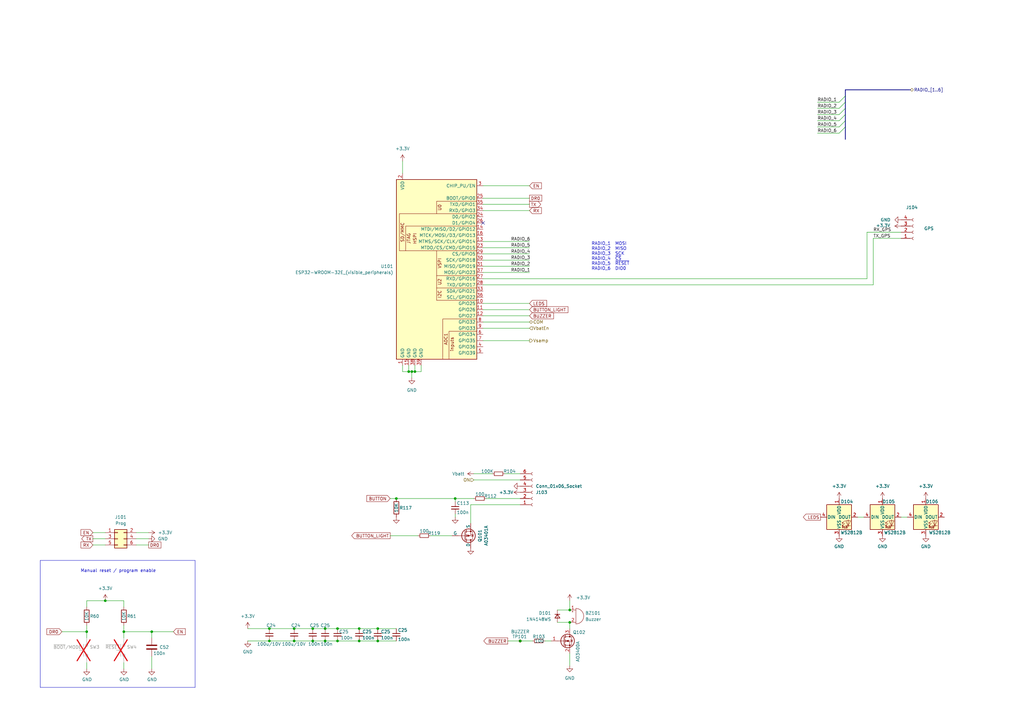
<source format=kicad_sch>
(kicad_sch (version 20241209) (generator "eeschema") (generator_version "9.0")
  (paper "A3")
  (lib_symbols
    (symbol "+28V_1" (power) (pin_numbers (hide yes)) (pin_names (offset 0) (hide yes))
      (property "Value" "+28V" (at 0 3.556 0))
      (symbol "+28V_1_0_1"
        (polyline (pts (xy -0.762 1.27) (xy 0 2.54)))
        (polyline (pts (xy 0 2.54) (xy 0.762 1.27)))
        (polyline (pts (xy 0 0) (xy 0 2.54)))
      )
      (symbol "+28V_1_1_1"
        (pin power_in line (at 0 0 90) (length 0) (name "~") (number "1"))
      )
    )
    (symbol "+3.3V_1" (power) (pin_numbers (hide yes)) (pin_names (offset 0) (hide yes))
      (property "Value" "+3.3V" (at 0 3.556 0))
      (symbol "+3.3V_1_0_1"
        (polyline (pts (xy -0.762 1.27) (xy 0 2.54)))
        (polyline (pts (xy 0 2.54) (xy 0.762 1.27)))
        (polyline (pts (xy 0 0) (xy 0 2.54)))
      )
      (symbol "+3.3V_1_1_1"
        (pin power_in line (at 0 0 90) (length 0) (name "~") (number "1"))
      )
    )
    (symbol "Airsupplies:ESP32-WROOM-32E_(visible_peripherals)"
      (property "Reference" "U" (at -12.7 40.64 0))
      (property "Value" "ESP32-WROOM-32E_(visible_peripherals)" (at -12.7 38.1 0))
      (symbol "ESP32-WROOM-32E_(visible_peripherals)_0_0"
        (text "SD/MMC" (at -13.97 15.24 900) (effects (font (size 1.27 1.27))))
        (text "inputs" (at 6.35 -33.655 900) (effects (font (size 1.27 1.27)) (justify left)))
        (pin no_connect line (at -19.05 3.81 0) (length 2.54) (hide yes) (name "NC") (number "17"))
        (pin no_connect line (at -19.05 1.27 0) (length 2.54) (hide yes) (name "NC") (number "18"))
        (pin no_connect line (at -19.05 -1.27 0) (length 2.54) (hide yes) (name "NC") (number "19"))
        (pin no_connect line (at -19.05 -3.81 0) (length 2.54) (hide yes) (name "NC") (number "20"))
        (pin no_connect line (at -19.05 -6.35 0) (length 2.54) (hide yes) (name "NC") (number "21"))
        (pin no_connect line (at -19.05 -8.89 0) (length 2.54) (hide yes) (name "NC") (number "22"))
        (pin power_in line (at -13.97 39.37 270) (length 2.54) (name "VDD") (number "2"))
        (pin power_in line (at -13.97 -39.37 90) (length 2.54) (name "GND") (number "1"))
        (pin input line (at 19.05 34.29 180) (length 2.54) (name "CHIP_PU/EN") (number "3"))
        (pin bidirectional line (at 19.05 29.21 180) (length 2.54) (name "BOOT/GPIO0") (number "25"))
        (pin bidirectional line (at 19.05 26.67 180) (length 2.54) (name "TXD/GPIO1") (number "35"))
        (pin bidirectional line (at 19.05 24.13 180) (length 2.54) (name "RXD/GPIO3") (number "34"))
        (pin bidirectional line (at 19.05 21.59 180) (length 2.54) (name "D0/GPIO2") (number "24"))
        (pin bidirectional line (at 19.05 19.05 180) (length 2.54) (name "D1/GPIO4") (number "26"))
        (pin bidirectional line (at 19.05 16.51 180) (length 2.54) (name "MTDI/MISO/D2/GPIO12") (number "14"))
        (pin bidirectional line (at 19.05 13.97 180) (length 2.54) (name "MTCK/MOSI/D3/GPIO13") (number "16"))
        (pin bidirectional line (at 19.05 11.43 180) (length 2.54) (name "MTMS/SCK/CLK/GPIO14") (number "13"))
        (pin bidirectional line (at 19.05 8.89 180) (length 2.54) (name "MTDO/CS/CMD/GPIO15") (number "23"))
        (pin bidirectional line (at 19.05 6.35 180) (length 2.54) (name "CS/GPIO5") (number "29"))
        (pin bidirectional line (at 19.05 3.81 180) (length 2.54) (name "SCK/GPIO18") (number "30"))
        (pin bidirectional line (at 19.05 1.27 180) (length 2.54) (name "MISO/GPIO19") (number "31"))
        (pin bidirectional line (at 19.05 -1.27 180) (length 2.54) (name "MOSI/GPIO23") (number "37"))
        (pin bidirectional line (at 19.05 -3.81 180) (length 2.54) (name "RXD/GPIO16") (number "27"))
        (pin bidirectional line (at 19.05 -6.35 180) (length 2.54) (name "TXD/GPIO17") (number "28"))
        (pin bidirectional line (at 19.05 -8.89 180) (length 2.54) (name "SDA/GPIO21") (number "33"))
        (pin bidirectional line (at 19.05 -11.43 180) (length 2.54) (name "SCL/GPIO22") (number "36"))
        (pin bidirectional line (at 19.05 -13.97 180) (length 2.54) (name "GPIO25") (number "10"))
        (pin bidirectional line (at 19.05 -16.51 180) (length 2.54) (name "GPIO26") (number "11"))
        (pin bidirectional line (at 19.05 -19.05 180) (length 2.54) (name "GPIO27") (number "12"))
        (pin bidirectional line (at 19.05 -21.59 180) (length 2.54) (name "GPIO32") (number "8"))
        (pin bidirectional line (at 19.05 -24.13 180) (length 2.54) (name "GPIO33") (number "9"))
        (pin input line (at 19.05 -26.67 180) (length 2.54) (name "GPIO34") (number "6"))
        (pin input line (at 19.05 -29.21 180) (length 2.54) (name "GPIO35") (number "7"))
        (pin input line (at 19.05 -31.75 180) (length 2.54) (name "GPIO36") (number "4"))
        (pin input line (at 19.05 -34.29 180) (length 2.54) (name "GPIO39") (number "5"))
      )
      (symbol "ESP32-WROOM-32E_(visible_peripherals)_0_1"
        (rectangle (start -16.51 36.83) (end 16.51 -36.83) (stroke (width 0.254)) (fill (type background)))
        (polyline (pts (xy 16.51 27.94) (xy 0 27.94) (xy 0 22.86)))
        (polyline (pts (xy 16.51 22.86) (xy -15.24 22.86) (xy -15.24 7.62) (xy 16.51 7.62)))
        (polyline (pts (xy 16.51 17.78) (xy -12.7 17.78) (xy -12.7 7.62)))
        (polyline (pts (xy 16.51 -2.54) (xy 0 -2.54)))
        (polyline (pts (xy 16.51 -7.62) (xy 0 -7.62)))
        (polyline (pts (xy 16.51 -12.7) (xy 0 -12.7) (xy 0 7.62)))
        (polyline (pts (xy 16.51 -20.32) (xy 2.54 -20.32) (xy 2.54 -36.83)))
        (polyline (pts (xy 16.51 -25.4) (xy 5.08 -25.4) (xy 5.08 -36.83)))
      )
      (symbol "ESP32-WROOM-32E_(visible_peripherals)_1_1"
        (text "JTAG" (at -11.43 12.7 900) (effects (font (size 1.27 1.27))))
        (text "HSPI" (at -8.89 12.7 900) (effects (font (size 1.27 1.27))))
        (text "U0" (at 1.27 25.4 900) (effects (font (size 1.27 1.27))))
        (text "VSPI" (at 1.27 2.54 900) (effects (font (size 1.27 1.27))))
        (text "U2" (at 1.27 -5.08 900) (effects (font (size 1.27 1.27))))
        (text "I2C" (at 1.27 -10.16 900) (effects (font (size 1.27 1.27))))
        (text "ADC1" (at 3.81 -28.575 900) (effects (font (size 1.27 1.27))))
        (pin no_connect line (at -19.05 -11.43 0) (length 2.54) (hide yes) (name "NC") (number "32"))
        (pin power_in line (at -11.43 -39.37 90) (length 2.54) (name "GND") (number "15"))
        (pin power_in line (at -8.89 -39.37 90) (length 2.54) (name "GND") (number "38"))
        (pin power_in line (at -6.35 -39.37 90) (length 2.54) (name "GND") (number "39"))
      )
    )
    (symbol "Connector:Conn_01x04_Socket" (pin_names (offset 1.016) (hide yes))
      (property "Reference" "J" (at 0 5.08 0))
      (property "Value" "Conn_01x04_Socket" (at 0 -7.62 0))
      (symbol "Conn_01x04_Socket_1_1"
        (polyline (pts (xy -1.27 2.54) (xy -0.508 2.54)) (stroke (width 0.1524)))
        (polyline (pts (xy -1.27 0) (xy -0.508 0)) (stroke (width 0.1524)))
        (polyline (pts (xy -1.27 -2.54) (xy -0.508 -2.54)) (stroke (width 0.1524)))
        (polyline (pts (xy -1.27 -5.08) (xy -0.508 -5.08)) (stroke (width 0.1524)))
        (arc (start 0 2.032) (mid -0.5058 2.54) (end 0 3.048) (stroke (width 0.1524)))
        (arc (start 0 -0.508) (mid -0.5058 0) (end 0 0.508) (stroke (width 0.1524)))
        (arc (start 0 -3.048) (mid -0.5058 -2.54) (end 0 -2.032) (stroke (width 0.1524)))
        (arc (start 0 -5.588) (mid -0.5058 -5.08) (end 0 -4.572) (stroke (width 0.1524)))
        (pin passive line (at -5.08 2.54 0) (length 3.81) (name "Pin_1") (number "1"))
        (pin passive line (at -5.08 0 0) (length 3.81) (name "Pin_2") (number "2"))
        (pin passive line (at -5.08 -2.54 0) (length 3.81) (name "Pin_3") (number "3"))
        (pin passive line (at -5.08 -5.08 0) (length 3.81) (name "Pin_4") (number "4"))
      )
    )
    (symbol "Connector:Conn_01x06_Socket" (pin_names (offset 1.016) (hide yes))
      (property "Reference" "J" (at 0 7.62 0))
      (property "Value" "Conn_01x06_Socket" (at 0 -10.16 0))
      (symbol "Conn_01x06_Socket_1_1"
        (polyline (pts (xy -1.27 5.08) (xy -0.508 5.08)) (stroke (width 0.1524)))
        (polyline (pts (xy -1.27 2.54) (xy -0.508 2.54)) (stroke (width 0.1524)))
        (polyline (pts (xy -1.27 0) (xy -0.508 0)) (stroke (width 0.1524)))
        (polyline (pts (xy -1.27 -2.54) (xy -0.508 -2.54)) (stroke (width 0.1524)))
        (polyline (pts (xy -1.27 -5.08) (xy -0.508 -5.08)) (stroke (width 0.1524)))
        (polyline (pts (xy -1.27 -7.62) (xy -0.508 -7.62)) (stroke (width 0.1524)))
        (arc (start 0 4.572) (mid -0.5058 5.08) (end 0 5.588) (stroke (width 0.1524)))
        (arc (start 0 2.032) (mid -0.5058 2.54) (end 0 3.048) (stroke (width 0.1524)))
        (arc (start 0 -0.508) (mid -0.5058 0) (end 0 0.508) (stroke (width 0.1524)))
        (arc (start 0 -3.048) (mid -0.5058 -2.54) (end 0 -2.032) (stroke (width 0.1524)))
        (arc (start 0 -5.588) (mid -0.5058 -5.08) (end 0 -4.572) (stroke (width 0.1524)))
        (arc (start 0 -8.128) (mid -0.5058 -7.62) (end 0 -7.112) (stroke (width 0.1524)))
        (pin passive line (at -5.08 5.08 0) (length 3.81) (name "Pin_1") (number "1"))
        (pin passive line (at -5.08 2.54 0) (length 3.81) (name "Pin_2") (number "2"))
        (pin passive line (at -5.08 0 0) (length 3.81) (name "Pin_3") (number "3"))
        (pin passive line (at -5.08 -2.54 0) (length 3.81) (name "Pin_4") (number "4"))
        (pin passive line (at -5.08 -5.08 0) (length 3.81) (name "Pin_5") (number "5"))
        (pin passive line (at -5.08 -7.62 0) (length 3.81) (name "Pin_6") (number "6"))
      )
    )
    (symbol "Connector:TestPoint_Small" (pin_numbers (hide yes)) (pin_names (offset 0.762) (hide yes))
      (property "Reference" "TP" (at 0 3.81 0))
      (property "Value" "TestPoint_Small" (at 0 2.032 0))
      (symbol "TestPoint_Small_0_1"
        (circle (center 0 0) (radius 0.508))
      )
      (symbol "TestPoint_Small_1_1"
        (pin passive line (at 0 0 90) (length 0) (name "1") (number "1"))
      )
    )
    (symbol "Connector_Generic:Conn_02x03_Odd_Even" (pin_names (offset 1.016) (hide yes))
      (property "Reference" "J" (at 1.27 5.08 0))
      (property "Value" "Conn_02x03_Odd_Even" (at 1.27 -5.08 0))
      (symbol "Conn_02x03_Odd_Even_1_1"
        (rectangle (start -1.27 3.81) (end 3.81 -3.81) (stroke (width 0.254)) (fill (type background)))
        (rectangle (start -1.27 2.667) (end 0 2.413) (stroke (width 0.1524)))
        (rectangle (start -1.27 0.127) (end 0 -0.127) (stroke (width 0.1524)))
        (rectangle (start -1.27 -2.413) (end 0 -2.667) (stroke (width 0.1524)))
        (rectangle (start 3.81 2.667) (end 2.54 2.413) (stroke (width 0.1524)))
        (rectangle (start 3.81 0.127) (end 2.54 -0.127) (stroke (width 0.1524)))
        (rectangle (start 3.81 -2.413) (end 2.54 -2.667) (stroke (width 0.1524)))
        (pin passive line (at -5.08 2.54 0) (length 3.81) (name "Pin_1") (number "1"))
        (pin passive line (at -5.08 0 0) (length 3.81) (name "Pin_3") (number "3"))
        (pin passive line (at -5.08 -2.54 0) (length 3.81) (name "Pin_5") (number "5"))
        (pin passive line (at 7.62 2.54 180) (length 3.81) (name "Pin_2") (number "2"))
        (pin passive line (at 7.62 0 180) (length 3.81) (name "Pin_4") (number "4"))
        (pin passive line (at 7.62 -2.54 180) (length 3.81) (name "Pin_6") (number "6"))
      )
    )
    (symbol "Device:Buzzer" (pin_names (offset 0.0254) (hide yes))
      (property "Reference" "BZ" (at 3.81 1.27 0))
      (property "Value" "Buzzer" (at 3.81 -1.27 0))
      (symbol "Buzzer_0_1"
        (polyline (pts (xy -1.651 1.905) (xy -1.143 1.905)))
        (polyline (pts (xy -1.397 2.159) (xy -1.397 1.651)))
        (arc (start 0 3.175) (mid 3.1612 0) (end 0 -3.175))
        (polyline (pts (xy 0 3.175) (xy 0 -3.175)))
      )
      (symbol "Buzzer_1_1"
        (pin passive line (at -2.54 2.54 0) (length 2.54) (name "+") (number "1"))
        (pin passive line (at -2.54 -2.54 0) (length 2.54) (name "-") (number "2"))
      )
    )
    (symbol "Device:C" (pin_numbers (hide yes)) (pin_names (offset 0.254))
      (property "Reference" "C" (at 0.635 2.54 0))
      (property "Value" "C" (at 0.635 -2.54 0))
      (symbol "C_0_1"
        (polyline (pts (xy -2.032 0.762) (xy 2.032 0.762)) (stroke (width 0.508)))
        (polyline (pts (xy -2.032 -0.762) (xy 2.032 -0.762)) (stroke (width 0.508)))
      )
      (symbol "C_1_1"
        (pin passive line (at 0 3.81 270) (length 2.794) (name "~") (number "1"))
        (pin passive line (at 0 -3.81 90) (length 2.794) (name "~") (number "2"))
      )
    )
    (symbol "Device:C_Small" (pin_numbers (hide yes)) (pin_names (offset 0.254) (hide yes))
      (property "Reference" "C" (at 0.254 1.778 0))
      (property "Value" "C_Small" (at 0.254 -2.032 0))
      (symbol "C_Small_0_1"
        (polyline (pts (xy -1.524 0.508) (xy 1.524 0.508)) (stroke (width 0.3048)))
        (polyline (pts (xy -1.524 -0.508) (xy 1.524 -0.508)) (stroke (width 0.3302)))
      )
      (symbol "C_Small_1_1"
        (pin passive line (at 0 2.54 270) (length 2.032) (name "~") (number "1"))
        (pin passive line (at 0 -2.54 90) (length 2.032) (name "~") (number "2"))
      )
    )
    (symbol "Device:D_Small" (pin_numbers (hide yes)) (pin_names (offset 0.254) (hide yes))
      (property "Reference" "D" (at -1.27 2.032 0))
      (property "Value" "D_Small" (at -3.81 -2.032 0))
      (symbol "D_Small_0_1"
        (polyline (pts (xy -0.762 0) (xy 0.762 0)))
        (polyline (pts (xy -0.762 -1.016) (xy -0.762 1.016)) (stroke (width 0.254)))
        (polyline (pts (xy 0.762 -1.016) (xy -0.762 0) (xy 0.762 1.016) (xy 0.762 -1.016)) (stroke (width 0.254)))
      )
      (symbol "D_Small_1_1"
        (pin passive line (at -2.54 0 0) (length 1.778) (name "K") (number "1"))
        (pin passive line (at 2.54 0 180) (length 1.778) (name "A") (number "2"))
      )
    )
    (symbol "Device:R" (pin_numbers (hide yes)) (pin_names (offset 0))
      (property "Reference" "R" (at 2.032 0 90))
      (property "Value" "R" (at 0 0 90))
      (symbol "R_0_1"
        (rectangle (start -1.016 -2.54) (end 1.016 2.54) (stroke (width 0.254)))
      )
      (symbol "R_1_1"
        (pin passive line (at 0 3.81 270) (length 1.27) (name "~") (number "1"))
        (pin passive line (at 0 -3.81 90) (length 1.27) (name "~") (number "2"))
      )
    )
    (symbol "Device:R_Small" (pin_numbers (hide yes)) (pin_names (offset 0.254) (hide yes))
      (property "Reference" "R" (at 0.762 0.508 0))
      (property "Value" "R_Small" (at 0.762 -1.016 0))
      (symbol "R_Small_0_1"
        (rectangle (start -0.762 1.778) (end 0.762 -1.778) (stroke (width 0.2032)))
      )
      (symbol "R_Small_1_1"
        (pin passive line (at 0 2.54 270) (length 0.762) (name "~") (number "1"))
        (pin passive line (at 0 -2.54 90) (length 0.762) (name "~") (number "2"))
      )
    )
    (symbol "LED:WS2812B" (pin_names (offset 0.254))
      (property "Reference" "D" (at 5.08 5.715 0))
      (property "Value" "WS2812B" (at 1.27 -5.715 0))
      (symbol "WS2812B_0_0"
        (text "RGB" (at 2.286 -4.191 0) (effects (font (size 0.762 0.762))))
      )
      (symbol "WS2812B_0_1"
        (polyline (pts (xy 1.27 -2.54) (xy 1.778 -2.54)))
        (polyline (pts (xy 1.27 -3.556) (xy 1.778 -3.556)))
        (polyline (pts (xy 2.286 -1.524) (xy 1.27 -2.54) (xy 1.27 -2.032)))
        (polyline (pts (xy 2.286 -2.54) (xy 1.27 -3.556) (xy 1.27 -3.048)))
        (polyline (pts (xy 3.683 -1.016) (xy 3.683 -3.556) (xy 3.683 -4.064)))
        (polyline (pts (xy 4.699 -1.524) (xy 2.667 -1.524) (xy 3.683 -3.556) (xy 4.699 -1.524)))
        (polyline (pts (xy 4.699 -3.556) (xy 2.667 -3.556)))
        (rectangle (start 5.08 5.08) (end -5.08 -5.08) (stroke (width 0.254)) (fill (type background)))
      )
      (symbol "WS2812B_1_1"
        (pin input line (at -7.62 0 0) (length 2.54) (name "DIN") (number "4"))
        (pin power_in line (at 0 7.62 270) (length 2.54) (name "VDD") (number "1"))
        (pin power_in line (at 0 -7.62 90) (length 2.54) (name "VSS") (number "3"))
        (pin output line (at 7.62 0 180) (length 2.54) (name "DOUT") (number "2"))
      )
    )
    (symbol "Simulation_SPICE:PMOS" (pin_numbers (hide yes)) (pin_names (offset 0))
      (property "Reference" "Q" (at 5.08 1.27 0))
      (property "Value" "PMOS" (at 5.08 -1.27 0))
      (symbol "PMOS_0_1"
        (polyline (pts (xy 0.254 1.905) (xy 0.254 -1.905)) (stroke (width 0.254)))
        (polyline (pts (xy 0.254 0) (xy -2.54 0)))
        (polyline (pts (xy 0.762 2.286) (xy 0.762 1.27)) (stroke (width 0.254)))
        (polyline (pts (xy 0.762 1.778) (xy 3.302 1.778) (xy 3.302 -1.778) (xy 0.762 -1.778)))
        (polyline (pts (xy 0.762 0.508) (xy 0.762 -0.508)) (stroke (width 0.254)))
        (polyline (pts (xy 0.762 -1.27) (xy 0.762 -2.286)) (stroke (width 0.254)))
        (circle (center 1.651 0) (radius 2.794) (stroke (width 0.254)))
        (polyline (pts (xy 2.286 0) (xy 1.27 0.381) (xy 1.27 -0.381) (xy 2.286 0)) (fill (type outline)))
        (polyline (pts (xy 2.54 2.54) (xy 2.54 1.778)))
        (circle (center 2.54 1.778) (radius 0.254) (fill (type outline)))
        (circle (center 2.54 -1.778) (radius 0.254) (fill (type outline)))
        (polyline (pts (xy 2.54 -2.54) (xy 2.54 0) (xy 0.762 0)))
        (polyline (pts (xy 2.794 -0.508) (xy 2.921 -0.381) (xy 3.683 -0.381) (xy 3.81 -0.254)))
        (polyline (pts (xy 3.302 -0.381) (xy 2.921 0.254) (xy 3.683 0.254) (xy 3.302 -0.381)))
      )
      (symbol "PMOS_1_1"
        (pin input line (at -5.08 0 0) (length 2.54) (name "G") (number "2"))
        (pin passive line (at 2.54 5.08 270) (length 2.54) (name "D") (number "1"))
        (pin passive line (at 2.54 -5.08 90) (length 2.54) (name "S") (number "3"))
      )
    )
    (symbol "Switch:SW_Push" (pin_numbers (hide yes)) (pin_names (offset 1.016) (hide yes))
      (property "Reference" "SW" (at 1.27 2.54 0))
      (property "Value" "SW_Push" (at 0 -1.524 0))
      (symbol "SW_Push_0_1"
        (circle (center -2.032 0) (radius 0.508))
        (polyline (pts (xy 0 1.27) (xy 0 3.048)))
        (circle (center 2.032 0) (radius 0.508))
        (polyline (pts (xy 2.54 1.27) (xy -2.54 1.27)))
        (pin passive line (at -5.08 0 0) (length 2.54) (name "1") (number "1"))
        (pin passive line (at 5.08 0 180) (length 2.54) (name "2") (number "2"))
      )
    )
    (symbol "Transistor_FET:2N7002" (pin_names (hide yes))
      (property "Reference" "Q" (at 5.08 1.905 0))
      (property "Value" "2N7002" (at 5.08 0 0))
      (symbol "2N7002_0_1"
        (polyline (pts (xy 0.254 1.905) (xy 0.254 -1.905)) (stroke (width 0.254)))
        (polyline (pts (xy 0.254 0) (xy -2.54 0)))
        (polyline (pts (xy 0.762 2.286) (xy 0.762 1.27)) (stroke (width 0.254)))
        (polyline (pts (xy 0.762 0.508) (xy 0.762 -0.508)) (stroke (width 0.254)))
        (polyline (pts (xy 0.762 -1.27) (xy 0.762 -2.286)) (stroke (width 0.254)))
        (polyline (pts (xy 0.762 -1.778) (xy 3.302 -1.778) (xy 3.302 1.778) (xy 0.762 1.778)))
        (polyline (pts (xy 1.016 0) (xy 2.032 0.381) (xy 2.032 -0.381) (xy 1.016 0)) (fill (type outline)))
        (circle (center 1.651 0) (radius 2.794) (stroke (width 0.254)))
        (polyline (pts (xy 2.54 2.54) (xy 2.54 1.778)))
        (circle (center 2.54 1.778) (radius 0.254) (fill (type outline)))
        (circle (center 2.54 -1.778) (radius 0.254) (fill (type outline)))
        (polyline (pts (xy 2.54 -2.54) (xy 2.54 0) (xy 0.762 0)))
        (polyline (pts (xy 2.794 0.508) (xy 2.921 0.381) (xy 3.683 0.381) (xy 3.81 0.254)))
        (polyline (pts (xy 3.302 0.381) (xy 2.921 -0.254) (xy 3.683 -0.254) (xy 3.302 0.381)))
      )
      (symbol "2N7002_1_1"
        (pin input line (at -5.08 0 0) (length 2.54) (name "G") (number "1"))
        (pin passive line (at 2.54 5.08 270) (length 2.54) (name "D") (number "3"))
        (pin passive line (at 2.54 -5.08 90) (length 2.54) (name "S") (number "2"))
      )
    )
    (symbol "power:+3.3V" (power) (pin_names (offset 0))
      (property "Value" "+3.3V" (at 0 3.556 0))
      (symbol "+3.3V_0_1"
        (polyline (pts (xy -0.762 1.27) (xy 0 2.54)))
        (polyline (pts (xy 0 2.54) (xy 0.762 1.27)))
        (polyline (pts (xy 0 0) (xy 0 2.54)))
      )
      (symbol "+3.3V_1_1"
        (pin power_in line (at 0 0 90) (length 0) (hide yes) (name "+3.3V") (number "1"))
      )
    )
    (symbol "power:+5V" (power) (pin_names (offset 0))
      (property "Value" "+5V" (at 0 3.556 0))
      (symbol "+5V_0_1"
        (polyline (pts (xy -0.762 1.27) (xy 0 2.54)))
        (polyline (pts (xy 0 2.54) (xy 0.762 1.27)))
        (polyline (pts (xy 0 0) (xy 0 2.54)))
      )
      (symbol "+5V_1_1"
        (pin power_in line (at 0 0 90) (length 0) (hide yes) (name "+5V") (number "1"))
      )
    )
    (symbol "power:GND" (power) (pin_names (offset 0))
      (property "Value" "GND" (at 0 -3.81 0))
      (symbol "GND_0_1"
        (polyline (pts (xy 0 0) (xy 0 -1.27) (xy 1.27 -1.27) (xy 0 -2.54) (xy -1.27 -1.27) (xy 0 -1.27)))
      )
      (symbol "GND_1_1"
        (pin power_in line (at 0 0 270) (length 0) (hide yes) (name "GND") (number "1"))
      )
    )
  )
  (text "RADIO_1  MOSI\nRADIO_2  MISO\nRADIO_3  SCK\nRADIO_4  ~{CS}\nRADIO_5  ~{RESET}\nRADIO_6  DIO0" (at 242.57 110.998 0) (effects (font (size 1.27 1.27)) (justify left bottom)))
  (text "Manual reset / program enable" (at 33.02 234.95 0) (effects (font (size 1.27 1.27)) (justify left bottom)))
  (junction (at 35.56 259.08))
  (junction (at 128.27 262.89))
  (junction (at 138.43 257.81))
  (junction (at 128.27 257.81))
  (junction (at 50.8 259.08))
  (junction (at 186.69 204.47))
  (junction (at 154.94 257.81))
  (junction (at 154.94 262.89))
  (junction (at 120.65 262.89))
  (junction (at 167.64 152.4))
  (junction (at 162.56 204.47))
  (junction (at 110.49 262.89))
  (junction (at 43.18 246.38))
  (junction (at 213.36 262.89))
  (junction (at 133.35 257.81))
  (junction (at 133.35 262.89))
  (junction (at 138.43 262.89))
  (junction (at 170.18 152.4))
  (junction (at 62.23 259.08))
  (junction (at 233.68 250.19))
  (junction (at 120.65 257.81))
  (junction (at 147.32 262.89))
  (junction (at 233.68 255.27))
  (junction (at 110.49 257.81))
  (junction (at 147.32 257.81))
  (junction (at 168.91 152.4))
  (no_connect (at 198.12 91.44))
  (bus_entry (at 346.71 46.99) (size -2.54 2.54))
  (bus_entry (at 346.71 49.53) (size -2.54 2.54))
  (bus_entry (at 346.71 44.45) (size -2.54 2.54))
  (bus_entry (at 346.71 41.91) (size -2.54 2.54))
  (bus_entry (at 346.71 52.07) (size -2.54 2.54))
  (bus_entry (at 346.71 39.37) (size -2.54 2.54))
  (wire (pts (xy 110.49 257.81) (xy 120.65 257.81)))
  (wire (pts (xy 198.12 129.54) (xy 217.17 129.54)))
  (wire (pts (xy 198.12 104.14) (xy 217.17 104.14)))
  (wire (pts (xy 160.02 219.71) (xy 171.45 219.71)))
  (bus (pts (xy 346.71 46.99) (xy 346.71 49.53)))
  (wire (pts (xy 194.31 196.85) (xy 213.36 196.85)))
  (wire (pts (xy 198.12 109.22) (xy 217.17 109.22)))
  (wire (pts (xy 358.14 97.79) (xy 358.14 116.84)))
  (wire (pts (xy 168.91 152.4) (xy 168.91 154.94)))
  (wire (pts (xy 335.28 49.53) (xy 344.17 49.53)))
  (wire (pts (xy 60.96 218.44) (xy 55.88 218.44)))
  (wire (pts (xy 120.65 262.89) (xy 128.27 262.89)))
  (wire (pts (xy 168.91 152.4) (xy 170.18 152.4)))
  (polyline (pts (xy 16.51 229.87) (xy 80.01 229.87)))
  (wire (pts (xy 138.43 257.81) (xy 147.32 257.81)))
  (wire (pts (xy 186.69 204.47) (xy 194.31 204.47)))
  (wire (pts (xy 198.12 114.3) (xy 355.6 114.3)))
  (wire (pts (xy 60.96 220.98) (xy 55.88 220.98)))
  (wire (pts (xy 133.35 262.89) (xy 138.43 262.89)))
  (wire (pts (xy 170.18 152.4) (xy 172.72 152.4)))
  (wire (pts (xy 351.79 212.09) (xy 354.33 212.09)))
  (wire (pts (xy 335.28 41.91) (xy 344.17 41.91)))
  (wire (pts (xy 35.56 246.38) (xy 43.18 246.38)))
  (wire (pts (xy 50.8 256.54) (xy 50.8 259.08)))
  (wire (pts (xy 165.1 66.04) (xy 165.1 71.12)))
  (wire (pts (xy 198.12 81.28) (xy 217.17 81.28)))
  (wire (pts (xy 50.8 259.08) (xy 62.23 259.08)))
  (wire (pts (xy 198.12 106.68) (xy 217.17 106.68)))
  (wire (pts (xy 217.17 139.7) (xy 198.12 139.7)))
  (wire (pts (xy 133.35 257.81) (xy 138.43 257.81)))
  (wire (pts (xy 186.69 210.82) (xy 186.69 212.09)))
  (wire (pts (xy 43.18 246.38) (xy 50.8 246.38)))
  (wire (pts (xy 207.01 194.31) (xy 213.36 194.31)))
  (wire (pts (xy 186.69 204.47) (xy 186.69 205.74)))
  (wire (pts (xy 223.52 262.89) (xy 226.06 262.89)))
  (wire (pts (xy 35.56 259.08) (xy 35.56 261.62)))
  (wire (pts (xy 165.1 152.4) (xy 165.1 149.86)))
  (wire (pts (xy 154.94 257.81) (xy 162.56 257.81)))
  (wire (pts (xy 198.12 101.6) (xy 217.17 101.6)))
  (wire (pts (xy 101.6 257.81) (xy 110.49 257.81)))
  (wire (pts (xy 128.27 257.81) (xy 133.35 257.81)))
  (wire (pts (xy 50.8 261.62) (xy 50.8 259.08)))
  (wire (pts (xy 35.56 246.38) (xy 35.56 248.92)))
  (wire (pts (xy 35.56 274.32) (xy 35.56 271.78)))
  (wire (pts (xy 355.6 95.25) (xy 369.57 95.25)))
  (wire (pts (xy 199.39 204.47) (xy 213.36 204.47)))
  (wire (pts (xy 198.12 124.46) (xy 217.17 124.46)))
  (wire (pts (xy 101.6 262.89) (xy 110.49 262.89)))
  (wire (pts (xy 35.56 259.08) (xy 25.4 259.08)))
  (wire (pts (xy 62.23 259.08) (xy 62.23 261.62)))
  (wire (pts (xy 60.96 223.52) (xy 55.88 223.52)))
  (wire (pts (xy 170.18 152.4) (xy 170.18 149.86)))
  (wire (pts (xy 110.49 262.89) (xy 120.65 262.89)))
  (wire (pts (xy 208.28 262.89) (xy 213.36 262.89)))
  (wire (pts (xy 160.02 204.47) (xy 162.56 204.47)))
  (wire (pts (xy 198.12 99.06) (xy 217.17 99.06)))
  (wire (pts (xy 128.27 262.89) (xy 133.35 262.89)))
  (wire (pts (xy 38.1 220.98) (xy 43.18 220.98)))
  (wire (pts (xy 50.8 246.38) (xy 50.8 248.92)))
  (wire (pts (xy 147.32 262.89) (xy 154.94 262.89)))
  (polyline (pts (xy 80.01 281.94) (xy 16.51 281.94)))
  (wire (pts (xy 369.57 212.09) (xy 372.11 212.09)))
  (wire (pts (xy 198.12 127) (xy 217.17 127)))
  (bus (pts (xy 373.38 36.83) (xy 346.71 36.83)))
  (bus (pts (xy 346.71 52.07) (xy 346.71 57.15)))
  (wire (pts (xy 165.1 152.4) (xy 167.64 152.4)))
  (wire (pts (xy 358.14 97.79) (xy 369.57 97.79)))
  (polyline (pts (xy 16.51 281.94) (xy 16.51 229.87)))
  (wire (pts (xy 233.68 255.27) (xy 233.68 257.81)))
  (wire (pts (xy 233.68 273.05) (xy 233.68 267.97)))
  (wire (pts (xy 167.64 152.4) (xy 168.91 152.4)))
  (wire (pts (xy 213.36 262.89) (xy 218.44 262.89)))
  (wire (pts (xy 35.56 256.54) (xy 35.56 259.08)))
  (wire (pts (xy 198.12 132.08) (xy 217.17 132.08)))
  (wire (pts (xy 198.12 134.62) (xy 217.17 134.62)))
  (wire (pts (xy 193.04 207.01) (xy 213.36 207.01)))
  (wire (pts (xy 228.6 250.19) (xy 233.68 250.19)))
  (wire (pts (xy 335.28 46.99) (xy 344.17 46.99)))
  (wire (pts (xy 198.12 111.76) (xy 217.17 111.76)))
  (wire (pts (xy 355.6 95.25) (xy 355.6 114.3)))
  (bus (pts (xy 346.71 36.83) (xy 346.71 39.37)))
  (wire (pts (xy 147.32 257.81) (xy 154.94 257.81)))
  (wire (pts (xy 62.23 269.24) (xy 62.23 274.32)))
  (polyline (pts (xy 80.01 229.87) (xy 80.01 281.94)))
  (wire (pts (xy 154.94 262.89) (xy 162.56 262.89)))
  (wire (pts (xy 194.31 194.31) (xy 201.93 194.31)))
  (wire (pts (xy 62.23 259.08) (xy 71.12 259.08)))
  (wire (pts (xy 162.56 204.47) (xy 186.69 204.47)))
  (bus (pts (xy 346.71 41.91) (xy 346.71 44.45)))
  (wire (pts (xy 198.12 116.84) (xy 358.14 116.84)))
  (wire (pts (xy 50.8 274.32) (xy 50.8 271.78)))
  (wire (pts (xy 217.17 86.36) (xy 198.12 86.36)))
  (wire (pts (xy 335.28 52.07) (xy 344.17 52.07)))
  (wire (pts (xy 138.43 262.89) (xy 147.32 262.89)))
  (wire (pts (xy 217.17 83.82) (xy 198.12 83.82)))
  (wire (pts (xy 233.68 246.38) (xy 233.68 250.19)))
  (wire (pts (xy 217.17 76.2) (xy 198.12 76.2)))
  (wire (pts (xy 335.28 54.61) (xy 344.17 54.61)))
  (wire (pts (xy 38.1 223.52) (xy 43.18 223.52)))
  (wire (pts (xy 172.72 149.86) (xy 172.72 152.4)))
  (wire (pts (xy 167.64 149.86) (xy 167.64 152.4)))
  (wire (pts (xy 176.53 219.71) (xy 185.42 219.71)))
  (wire (pts (xy 38.1 218.44) (xy 43.18 218.44)))
  (wire (pts (xy 335.28 44.45) (xy 344.17 44.45)))
  (wire (pts (xy 120.65 257.81) (xy 128.27 257.81)))
  (wire (pts (xy 228.6 255.27) (xy 233.68 255.27)))
  (bus (pts (xy 346.71 49.53) (xy 346.71 52.07)))
  (bus (pts (xy 346.71 39.37) (xy 346.71 41.91)))
  (bus (pts (xy 346.71 44.45) (xy 346.71 46.99)))
  (wire (pts (xy 193.04 214.63) (xy 193.04 207.01)))
  (label "RADIO_2" (at 209.55 109.22 0))
  (label "RADIO_3" (at 335.28 46.99 0))
  (label "RX_GPS" (at 358.14 95.25 0))
  (label "RADIO_4" (at 209.55 104.14 0))
  (label "RADIO_5" (at 335.28 52.07 0))
  (label "RADIO_5" (at 209.55 101.6 0))
  (label "RADIO_1" (at 209.55 111.76 0))
  (label "RADIO_2" (at 335.28 44.45 0))
  (label "RADIO_3" (at 209.55 106.68 0))
  (label "TX_GPS" (at 358.14 97.79 0))
  (label "RADIO_4" (at 335.28 49.53 0))
  (label "RADIO_6" (at 335.28 54.61 0))
  (label "RADIO_6" (at 209.55 99.06 0))
  (label "RADIO_1" (at 335.28 41.91 0))
  (global_label "BUZZER" (shape output) (at 208.28 262.89 180) (property "Intersheetrefs" "${INTERSHEET_REFS}" (effects (hide yes))))
  (global_label "BUTTON" (shape input) (at 160.02 204.47 180) (property "Intersheetrefs" "${INTERSHEET_REFS}" (effects (hide yes))))
  (global_label "BUTTON_LIGHT" (shape output) (at 160.02 219.71 180) (property "Intersheetrefs" "${INTERSHEET_REFS}" (effects (hide yes))))
  (global_label "DR0" (shape input) (at 25.4 259.08 180) (property "Intersheetrefs" "${INTERSHEET_REFS}" (effects (hide yes))))
  (global_label "EN" (shape input) (at 71.12 259.08 0) (property "Intersheetrefs" "${INTERSHEET_REFS}" (effects (hide yes))))
  (global_label "TX" (shape output) (at 217.17 83.82 0) (property "Intersheetrefs" "${INTERSHEET_REFS}" (effects (hide yes))))
  (global_label "EN" (shape input) (at 38.1 218.44 180) (property "Intersheetrefs" "${INTERSHEET_REFS}" (effects (hide yes))))
  (global_label "DR0" (shape passive) (at 60.96 223.52 0) (property "Intersheetrefs" "${INTERSHEET_REFS}" (effects (hide yes))))
  (global_label "EN" (shape input) (at 217.17 76.2 0) (property "Intersheetrefs" "${INTERSHEET_REFS}" (effects (hide yes))))
  (global_label "BUZZER" (shape input) (at 217.17 129.54 0) (property "Intersheetrefs" "${INTERSHEET_REFS}" (effects (hide yes))))
  (global_label "BUTTON_LIGHT" (shape input) (at 217.17 127 0) (property "Intersheetrefs" "${INTERSHEET_REFS}" (effects (hide yes))))
  (global_label "RX" (shape input) (at 38.1 223.52 180) (property "Intersheetrefs" "${INTERSHEET_REFS}" (effects (hide yes))))
  (global_label "TX" (shape output) (at 38.1 220.98 180) (property "Intersheetrefs" "${INTERSHEET_REFS}" (effects (hide yes))))
  (global_label "LEDS" (shape output) (at 336.55 212.09 180) (property "Intersheetrefs" "${INTERSHEET_REFS}" (effects (hide yes))))
  (global_label "RX" (shape input) (at 217.17 86.36 0) (property "Intersheetrefs" "${INTERSHEET_REFS}" (effects (hide yes))))
  (global_label "DR0" (shape passive) (at 217.17 81.28 0) (property "Intersheetrefs" "${INTERSHEET_REFS}" (effects (hide yes))))
  (global_label "LEDS" (shape input) (at 217.17 124.46 0) (property "Intersheetrefs" "${INTERSHEET_REFS}" (effects (hide yes))))
  (hierarchical_label "VbatEn" (shape input) (at 217.17 134.62 0))
  (hierarchical_label "COM" (shape bidirectional) (at 217.17 132.08 0))
  (hierarchical_label "ON" (shape input) (at 194.31 196.85 180))
  (hierarchical_label "Vsamp" (shape output) (at 217.17 139.7 0))
  (hierarchical_label "RADIO_[1..6]" (shape bidirectional) (at 373.38 36.83 0))
  (symbol (lib_id "power:GND") (at 369.57 90.17 270) (mirror x) (unit 1)
    (property "Reference" "#PWR0132" (effects (hide yes)))
    (property "Value" "GND" (at 365.252 90.17 90) (effects (justify right)))
  )
  (symbol (lib_id "power:+3.3V") (at 43.18 246.38 0) (unit 1)
    (property "Reference" "#PWR0102" (effects (hide yes)))
    (property "Value" "+3.3V" (at 43.18 241.3 0))
  )
  (symbol (lib_id "Device:C_Small") (at 120.65 260.35 0) (unit 1)
    (property "Reference" "C103" (at 119.38 256.54 0) (effects (justify left)))
    (property "Value" "100u/10V" (at 115.57 264.16 0) (effects (justify left)))
    (property "Footprint" "Capacitor_SMD:C_1210_3225Metric" (effects (hide yes)))
    (property "LCSC" "C23742" (effects (hide yes)))
    (instances (project "NIKOLA-02-E-001_PCAScannerController_R1" (path "" (reference "C24") (unit 1))) (project "Robobuoy-Top-V2_0" (path "" (reference "C103") (unit 1))))
  )
  (symbol (lib_id "Device:R_Small") (at 196.85 204.47 90) (mirror x) (unit 1)
    (property "Reference" "R112" (at 201.168 203.454 90))
    (property "Value" "100" (at 196.85 202.692 90))
    (property "Footprint" "A_Device:R_0603" (effects (hide yes)))
    (property "LCSC" "C22775" (effects (hide yes)))
  )
  (symbol (lib_id "power:GND") (at 50.8 274.32 0) (unit 1)
    (property "Reference" "#PWR0103" (effects (hide yes)))
    (property "Value" "GND" (at 50.927 278.7142 0))
    (instances (project "Smartbox4.0_V1.3" (path "" (reference "#PWR0123") (unit 1))) (project "Robobuoy-Top-V2_0" (path "" (reference "#PWR0103") (unit 1))))
  )
  (symbol (lib_id "power:GND") (at 361.95 219.71 0) (unit 1)
    (property "Reference" "#PWR0131" (effects (hide yes)))
    (property "Value" "GND" (at 361.95 224.155 0))
  )
  (symbol (lib_id "Switch:SW_Push") (at 50.8 266.7 90) (unit 1) (dnp yes)
    (property "Reference" "SW102" (at 52.0192 265.3792 90) (effects (justify right)))
    (property "Value" "~{RESET}" (at 43.18 265.43 90) (effects (justify right)))
    (property "Footprint" "Connector_PinHeader_2.54mm:PinHeader_1x02_P2.54mm_Vertical" (effects (hide yes)))
    (property "Farnell" "-" (effects (hide yes)))
    (instances (project "Smartbox4.0_V1.3" (path "" (reference "SW4") (unit 1))) (project "Robobuoy-Top-V2_0" (path "" (reference "SW102") (unit 1))))
  )
  (symbol (lib_id "Connector:TestPoint_Small") (at 213.36 262.89 0) (unit 1) (in_bom no)
    (property "Reference" "TP101" (at 210.058 261.112 0) (effects (justify left)))
    (property "Value" "BUZZER" (at 209.55 259.08 0) (effects (justify left)))
    (property "Footprint" "A_Pads_Pins:Testpad_1" (effects (hide yes)))
    (property "Description" "test point" (effects (hide yes)))
  )
  (symbol (lib_id "Device:R_Small") (at 173.99 219.71 90) (mirror x) (unit 1)
    (property "Reference" "R119" (at 178.054 218.694 90))
    (property "Value" "100" (at 173.99 217.805 90))
    (property "Footprint" "A_Device:R_0603" (effects (hide yes)))
    (property "LCSC" "C22775" (effects (hide yes)))
  )
  (symbol (lib_id "Device:C_Small") (at 162.56 260.35 0) (unit 1)
    (property "Reference" "C109" (at 163.195 258.445 0) (effects (justify left)))
    (property "Value" "100n" (at 163.195 262.255 0) (effects (justify left)))
    (property "Footprint" "A_Device:C_0603" (effects (hide yes)))
    (property "LCSC" "C14663" (effects (hide yes)))
    (instances (project "NIKOLA-02-E-001_PCAScannerController_R1" (path "" (reference "C25") (unit 1))) (project "Robobuoy-Top-V2_0" (path "" (reference "C109") (unit 1))))
  )
  (symbol (lib_id "Device:R") (at 50.8 252.73 0) (unit 1)
    (property "Reference" "R102" (at 52.07 252.73 0) (effects (justify left)))
    (property "Value" "10K" (at 50.8 252.73 90))
    (property "Footprint" "A_Device:R_0603" (effects (hide yes)))
    (property "Farnell" "2331736" (effects (hide yes)))
    (property "MF" "TE CONNECTIVITY" (effects (hide yes)))
    (property "MFN" "CRGH0603F10K" (effects (hide yes)))
    (property "LCSC" "C25804" (effects (hide yes)))
    (instances (project "Smartbox4.0_V1.3" (path "" (reference "R61") (unit 1))) (project "Robobuoy-Top-V2_0" (path "" (reference "R102") (unit 1))))
  )
  (symbol (lib_id "Transistor_FET:2N7002") (at 231.14 262.89 0) (unit 1)
    (property "Reference" "Q102" (at 234.95 259.334 0) (effects (justify left)))
    (property "Value" "AO3400A" (at 236.982 271.526 90) (effects (justify left)))
    (property "Footprint" "Package_TO_SOT_SMD:SOT-23" (effects (hide yes)))
    (property "Datasheet" "https://wmsc.lcsc.com/wmsc/upload/file/pdf/v2/lcsc/1811081213_Alpha---Omega-Semicon-AO3400A_C20917.pdf" (effects (hide yes)))
    (property "Description" "5.7A Id, 30V Vds, N-Channel MOSFET, SOT-23" (effects (hide yes)))
    (property "LCSC" "C20917" (effects (hide yes)))
  )
  (symbol (lib_id "Device:C_Small") (at 110.49 260.35 0) (unit 1)
    (property "Reference" "C102" (at 109.22 256.54 0) (effects (justify left)))
    (property "Value" "100u/10V" (at 105.41 264.16 0) (effects (justify left)))
    (property "Footprint" "Capacitor_SMD:C_1210_3225Metric" (effects (hide yes)))
    (property "LCSC" "C23742" (effects (hide yes)))
    (instances (project "NIKOLA-02-E-001_PCAScannerController_R1" (path "" (reference "C24") (unit 1))) (project "Robobuoy-Top-V2_0" (path "" (reference "C102") (unit 1))))
  )
  (symbol (lib_id "power:GND") (at 35.56 274.32 0) (unit 1)
    (property "Reference" "#PWR0101" (effects (hide yes)))
    (property "Value" "GND" (at 35.687 278.7142 0))
    (instances (project "Smartbox4.0_V1.3" (path "" (reference "#PWR081") (unit 1))) (project "Robobuoy-Top-V2_0" (path "" (reference "#PWR0101") (unit 1))))
  )
  (symbol (lib_id "Device:R") (at 162.56 208.28 0) (unit 1)
    (property "Reference" "R117" (at 163.83 208.28 0) (effects (justify left)))
    (property "Value" "10K" (at 162.56 208.28 90))
    (property "Footprint" "A_Device:R_0603" (effects (hide yes)))
    (property "Farnell" "2331736" (effects (hide yes)))
    (property "MF" "TE CONNECTIVITY" (effects (hide yes)))
    (property "MFN" "CRGH0603F10K" (effects (hide yes)))
    (property "LCSC" "C25804" (effects (hide yes)))
  )
  (symbol (lib_id "power:GND") (at 162.56 212.09 0) (mirror y) (unit 1)
    (property "Reference" "#PWR0139" (effects (hide yes)))
    (property "Value" "GND" (effects (hide yes)))
  )
  (symbol (lib_id "Connector:Conn_01x06_Socket") (at 218.44 201.93 0) (mirror x) (unit 1)
    (property "Reference" "J103" (at 219.71 201.9301 0) (effects (justify left)))
    (property "Value" "Conn_01x06_Socket" (at 219.71 199.3901 0) (effects (justify left)))
    (property "Footprint" "Connector_JST:JST_XH_B6B-XH-A_1x06_P2.50mm_Vertical" (effects (hide yes)))
    (property "Description" "Generic connector, single row, 01x06, script generated" (effects (hide yes)))
    (property "LCSC" "C5341205" (effects (hide yes)))
  )
  (symbol (lib_id "Device:C_Small") (at 133.35 260.35 0) (unit 1)
    (property "Reference" "C105" (at 131.445 256.54 0) (effects (justify left)))
    (property "Value" "100n" (at 131.445 264.16 0) (effects (justify left)))
    (property "Footprint" "A_Device:C_0603" (effects (hide yes)))
    (property "LCSC" "C14663" (effects (hide yes)))
    (instances (project "NIKOLA-02-E-001_PCAScannerController_R1" (path "" (reference "C25") (unit 1))) (project "Robobuoy-Top-V2_0" (path "" (reference "C105") (unit 1))))
  )
  (symbol (lib_id "power:GND") (at 379.73 219.71 0) (unit 1)
    (property "Reference" "#PWR0136" (effects (hide yes)))
    (property "Value" "GND" (at 379.73 224.155 0))
  )
  (symbol (lib_id "power:+3.3V") (at 60.96 218.44 270) (unit 1)
    (property "Reference" "#PWR0105" (effects (hide yes)))
    (property "Value" "+3.3V" (at 64.77 218.4399 90) (effects (justify left)))
  )
  (symbol (lib_id "Device:Buzzer") (at 236.22 252.73 0) (unit 1)
    (property "Reference" "BZ101" (at 240.03 251.4599 0) (effects (justify left)))
    (property "Value" "Buzzer" (at 240.03 253.9999 0) (effects (justify left)))
    (property "Footprint" "A_Misc:Buzzer-12x6.5x5.2" (effects (hide yes)))
    (property "Description" "Buzzer, polarized" (effects (hide yes)))
    (property "LCSC" "C968749" (effects (hide yes)))
  )
  (symbol (lib_id "LED:WS2812B") (at 344.17 212.09 0) (unit 1)
    (property "Reference" "D104" (at 347.345 205.74 0))
    (property "Value" "WS2812B" (at 349.25 218.44 0))
    (property "Footprint" "LED_SMD:LED_WS2812B_PLCC4_5.0x5.0mm_P3.2mm" (effects (hide yes)))
    (property "Datasheet" "https://cdn-shop.adafruit.com/datasheets/WS2812B.pdf" (effects (hide yes)))
    (property "LCSC" "C2843785" (effects (hide yes)))
  )
  (symbol (lib_id "power:GND") (at 193.04 224.79 0) (mirror y) (unit 1)
    (property "Reference" "#PWR0116" (effects (hide yes)))
    (property "Value" "GND" (effects (hide yes)))
  )
  (symbol (lib_id "power:+3.3V") (at 369.57 92.71 90) (unit 1)
    (property "Reference" "#PWR0117" (effects (hide yes)))
    (property "Value" "+3.3V" (at 362.204 92.456 90))
  )
  (symbol (lib_id "Airsupplies:ESP32-WROOM-32E_(visible_peripherals)") (at 179.07 110.49 0) (unit 1)
    (property "Reference" "U101" (at 161.29 109.22 0) (effects (justify right)))
    (property "Value" "ESP32-WROOM-32E_(visible_peripherals)" (at 161.29 111.76 0) (effects (justify right)))
    (property "Footprint" "A_Module:ESP32-WROOM-32" (effects (hide yes)))
    (property "LCSC" "C82899" (effects (hide yes)))
  )
  (symbol (lib_id "Device:R_Small") (at 204.47 194.31 90) (mirror x) (unit 1)
    (property "Reference" "R104" (at 211.582 193.294 90) (effects (justify left)))
    (property "Value" "100K" (at 202.438 193.294 90) (effects (justify left)))
    (property "Footprint" "A_Device:R_0603" (effects (hide yes)))
    (property "Description" "Resistor, small symbol" (effects (hide yes)))
    (property "LCSC" "C25804" (effects (hide yes)))
  )
  (symbol (lib_id "power:+3.3V") (at 101.6 257.81 0) (unit 1)
    (property "Reference" "#PWR0107" (effects (hide yes)))
    (property "Value" "+3.3V" (at 101.6 252.73 0))
  )
  (symbol (lib_id "power:GND") (at 186.69 212.09 0) (mirror y) (unit 1)
    (property "Reference" "#PWR0114" (effects (hide yes)))
    (property "Value" "GND" (effects (hide yes)))
  )
  (symbol (lib_id "Simulation_SPICE:PMOS") (at 190.5 219.71 0) (mirror x) (unit 1)
    (property "Reference" "Q101" (at 196.85 219.71 90))
    (property "Value" "A03401A" (at 199.39 219.71 90))
    (property "Footprint" "Package_TO_SOT_SMD:SOT-23" (effects (hide yes)))
    (property "Datasheet" "https://ngspice.sourceforge.io/docs/ngspice-html-manual/manual.xhtml#cha_MOSFETs" (effects (hide yes)))
    (property "Description" "P-MOSFET transistor, drain/source/gate" (effects (hide yes)))
    (property "Sim.Device" "PMOS" (effects (hide yes)))
    (property "Sim.Type" "VDMOS" (effects (hide yes)))
    (property "Sim.Pins" "1=D 2=G 3=S" (effects (hide yes)))
    (property "LCSC" "C15127" (effects (hide yes)))
  )
  (symbol (lib_id "Device:C") (at 62.23 265.43 0) (unit 1)
    (property "Reference" "C101" (at 65.405 265.43 0) (effects (justify left)))
    (property "Value" "100n" (at 62.865 267.97 0) (effects (justify left)))
    (property "Footprint" "A_Device:C_0603" (effects (hide yes)))
    (property "LCSC" "C14663" (effects (hide yes)))
    (instances (project "Smartbox4.0_V1.3" (path "" (reference "C52") (unit 1))) (project "Robobuoy-Top-V2_0" (path "" (reference "C101") (unit 1))))
  )
  (symbol (lib_id "Device:R") (at 35.56 252.73 0) (unit 1)
    (property "Reference" "R101" (at 36.83 252.73 0) (effects (justify left)))
    (property "Value" "10K" (at 35.56 252.73 90))
    (property "Footprint" "A_Device:R_0603" (effects (hide yes)))
    (property "Farnell" "2331736" (effects (hide yes)))
    (property "MF" "TE CONNECTIVITY" (effects (hide yes)))
    (property "MFN" "CRGH0603F10K" (effects (hide yes)))
    (property "LCSC" "C25804" (effects (hide yes)))
    (instances (project "Smartbox4.0_V1.3" (path "" (reference "R60") (unit 1))) (project "Robobuoy-Top-V2_0" (path "" (reference "R101") (unit 1))))
  )
  (symbol (lib_id "Switch:SW_Push") (at 35.56 266.7 90) (unit 1) (dnp yes)
    (property "Reference" "SW101" (at 36.7792 265.3792 90) (effects (justify right)))
    (property "Value" "~{BOOT}/MODE" (at 21.844 265.43 90) (effects (justify right)))
    (property "Footprint" "Connector_PinHeader_2.54mm:PinHeader_1x02_P2.54mm_Vertical" (effects (hide yes)))
    (property "Farnell" "-" (effects (hide yes)))
    (instances (project "Smartbox4.0_V1.3" (path "" (reference "SW3") (unit 1))) (project "Robobuoy-Top-V2_0" (path "" (reference "SW101") (unit 1))))
  )
  (symbol (lib_id "LED:WS2812B") (at 361.95 212.09 0) (unit 1)
    (property "Reference" "D105" (at 364.49 205.74 0))
    (property "Value" "WS2812B" (at 367.03 218.44 0))
    (property "Footprint" "LED_SMD:LED_WS2812B_PLCC4_5.0x5.0mm_P3.2mm" (effects (hide yes)))
    (property "Datasheet" "https://cdn-shop.adafruit.com/datasheets/WS2812B.pdf" (effects (hide yes)))
    (property "LCSC" "C2843785" (effects (hide yes)))
  )
  (symbol (lib_id "power:+3.3V") (at 361.95 204.47 0) (unit 1)
    (property "Reference" "#PWR0130" (effects (hide yes)))
    (property "Value" "+3.3V" (at 361.95 199.39 0))
  )
  (symbol (lib_id "Device:C_Small") (at 147.32 260.35 0) (unit 1)
    (property "Reference" "C107" (at 148.59 259.08 0) (effects (justify left)))
    (property "Value" "100n" (at 148.59 261.62 0) (effects (justify left)))
    (property "Footprint" "A_Device:C_0603" (effects (hide yes)))
    (property "LCSC" "C14663" (effects (hide yes)))
    (instances (project "NIKOLA-02-E-001_PCAScannerController_R1" (path "" (reference "C25") (unit 1))) (project "Robobuoy-Top-V2_0" (path "" (reference "C107") (unit 1))))
  )
  (symbol (lib_id "power:GND") (at 168.91 154.94 0) (unit 1)
    (property "Reference" "#PWR0110" (effects (hide yes)))
    (property "Value" "GND" (at 168.91 160.02 0))
  )
  (symbol (lib_id "Device:C_Small") (at 154.94 260.35 0) (unit 1)
    (property "Reference" "C108" (at 156.21 259.08 0) (effects (justify left)))
    (property "Value" "100n" (at 156.21 261.62 0) (effects (justify left)))
    (property "Footprint" "A_Device:C_0603" (effects (hide yes)))
    (property "LCSC" "C14663" (effects (hide yes)))
    (instances (project "NIKOLA-02-E-001_PCAScannerController_R1" (path "" (reference "C25") (unit 1))) (project "Robobuoy-Top-V2_0" (path "" (reference "C108") (unit 1))))
  )
  (symbol (lib_id "power:GND") (at 233.68 273.05 0) (mirror y) (unit 1)
    (property "Reference" "#PWR0112" (effects (hide yes)))
    (property "Value" "GND" (at 233.68 278.13 0))
  )
  (symbol (lib_id "power:GND") (at 62.23 274.32 0) (unit 1)
    (property "Reference" "#PWR0104" (effects (hide yes)))
    (property "Value" "GND" (at 62.357 278.7142 0))
    (instances (project "Smartbox4.0_V1.3" (path "" (reference "#PWR0124") (unit 1))) (project "Robobuoy-Top-V2_0" (path "" (reference "#PWR0104") (unit 1))))
  )
  (symbol (lib_id "Device:C_Small") (at 128.27 260.35 0) (unit 1)
    (property "Reference" "C104" (at 127 256.54 0) (effects (justify left)))
    (property "Value" "100n" (at 126.365 264.16 0) (effects (justify left)))
    (property "Footprint" "A_Device:C_0603" (effects (hide yes)))
    (property "LCSC" "C14663" (effects (hide yes)))
    (instances (project "NIKOLA-02-E-001_PCAScannerController_R1" (path "" (reference "C25") (unit 1))) (project "Robobuoy-Top-V2_0" (path "" (reference "C104") (unit 1))))
  )
  (symbol (lib_id "Connector:Conn_01x04_Socket") (at 374.65 95.25 0) (mirror x) (unit 1)
    (property "Reference" "J104" (at 374.015 85.09 0))
    (property "Value" "GPS" (at 381 93.726 0))
    (property "Footprint" "Connector_JST:JST_XH_B4B-XH-A_1x04_P2.50mm_Vertical" (effects (hide yes)))
    (property "LCSC" "C5341203" (effects (hide yes)))
  )
  (symbol (lib_id "Device:C_Small") (at 138.43 260.35 0) (unit 1)
    (property "Reference" "C106" (at 139.065 259.08 0) (effects (justify left)))
    (property "Value" "100n" (at 139.7 261.62 0) (effects (justify left)))
    (property "Footprint" "A_Device:C_0603" (effects (hide yes)))
    (property "LCSC" "C14663" (effects (hide yes)))
    (instances (project "NIKOLA-02-E-001_PCAScannerController_R1" (path "" (reference "C25") (unit 1))) (project "Robobuoy-Top-V2_0" (path "" (reference "C106") (unit 1))))
  )
  (symbol (lib_id "power:+3.3V") (at 344.17 204.47 0) (unit 1)
    (property "Reference" "#PWR0128" (effects (hide yes)))
    (property "Value" "+3.3V" (at 344.17 199.39 0))
  )
  (symbol (lib_id "power:GND") (at 101.6 262.89 0) (unit 1)
    (property "Reference" "#PWR0108" (effects (hide yes)))
    (property "Value" "GND" (at 101.6 267.335 0))
  )
  (symbol (lib_id "LED:WS2812B") (at 379.73 212.09 0) (unit 1)
    (property "Reference" "D106" (at 382.27 205.74 0))
    (property "Value" "WS2812B" (at 385.445 218.44 0))
    (property "Footprint" "LED_SMD:LED_WS2812B_PLCC4_5.0x5.0mm_P3.2mm" (effects (hide yes)))
    (property "Datasheet" "https://cdn-shop.adafruit.com/datasheets/WS2812B.pdf" (effects (hide yes)))
    (property "LCSC" "C2843785" (effects (hide yes)))
  )
  (symbol (lib_id "power:GND") (at 213.36 199.39 270) (mirror x) (unit 1)
    (property "Reference" "#PWR0113" (effects (hide yes)))
    (property "Value" "GND" (effects (hide yes)))
  )
  (symbol (lib_id "power:GND") (at 344.17 219.71 0) (unit 1)
    (property "Reference" "#PWR0129" (effects (hide yes)))
    (property "Value" "GND" (at 344.17 224.155 0))
  )
  (symbol (lib_id "Connector_Generic:Conn_02x03_Odd_Even") (at 48.26 220.98 0) (unit 1)
    (property "Reference" "J101" (at 49.53 212.09 0))
    (property "Value" "Prog" (at 49.53 214.63 0))
    (property "Footprint" "Connector_IDC:IDC-Header_2x03_P2.54mm_Vertical" (effects (hide yes)))
    (property "Description" "Generic connector, double row, 02x03, odd/even pin numbering scheme (row 1 odd numbers, row 2 even numbers), script generated (kicad-library-utils/schlib/autogen/connector/)" (effects (hide yes)))
    (property "LCSC" "C65114" (effects (hide yes)))
  )
  (symbol (lib_id "power:GND") (at 60.96 220.98 90) (unit 1)
    (property "Reference" "#PWR0106" (effects (hide yes)))
    (property "Value" "GND" (at 64.77 220.9799 90) (effects (justify right)))
  )
  (symbol (lib_id "Device:D_Small") (at 228.6 252.73 90) (mirror x) (unit 1)
    (property "Reference" "D101" (at 226.06 251.4599 90) (effects (justify left)))
    (property "Value" "1N4148WS" (at 226.06 253.9999 90) (effects (justify left)))
    (property "Footprint" "A_Device:D_SOD-323_1.8x1.4x1.15" (effects (hide yes)))
    (property "Sim.Device" "D" (effects (hide yes)))
    (property "Sim.Pins" "1=K 2=A" (effects (hide yes)))
    (property "LCSC" "C2128" (effects (hide yes)))
  )
  (symbol (lib_id "Device:C_Small") (at 186.69 208.28 0) (unit 1)
    (property "Reference" "C113" (at 187.325 206.375 0) (effects (justify left)))
    (property "Value" "100n" (at 187.325 210.185 0) (effects (justify left)))
    (property "Footprint" "A_Device:C_0603" (effects (hide yes)))
    (property "LCSC" "C14663" (effects (hide yes)))
  )
  (symbol (lib_id "power:+5V") (at 233.68 246.38 0) (mirror y) (unit 1)
    (property "Reference" "#PWR0111" (effects (hide yes)))
    (property "Value" "+3.3V" (at 236.22 245.1099 0) (effects (justify right)))
  )
  (symbol (lib_id "Device:R_Small") (at 220.98 262.89 270) (unit 1)
    (property "Reference" "R103" (at 220.98 261.112 90))
    (property "Value" "100" (at 221.234 262.89 90))
    (property "Footprint" "A_Device:R_0603" (effects (hide yes)))
    (property "Description" "Resistor, small symbol" (effects (hide yes)))
    (property "LCSC" "C22775" (effects (hide yes)))
  )
  (symbol (lib_id "power:+3.3V") (at 379.73 204.47 0) (unit 1)
    (property "Reference" "#PWR0135" (effects (hide yes)))
    (property "Value" "+3.3V" (at 379.73 199.39 0))
  )
  (symbol (lib_name "+3.3V_1") (lib_id "power:+3.3V") (at 194.31 194.31 90) (unit 1)
    (property "Reference" "#PWR0119" (effects (hide yes)))
    (property "Value" "Vbatt" (at 190.5 194.3099 90) (effects (justify left)))
    (property "Description" "Power symbol creates a global label with name \"+3.3V\"" (effects (hide yes)))
  )
  (symbol (lib_id "power:+3.3V") (at 165.1 66.04 0) (unit 1)
    (property "Reference" "#PWR0109" (effects (hide yes)))
    (property "Value" "+3.3V" (at 165.1 60.96 0))
  )
  (symbol (lib_name "+28V_1") (lib_id "power:+28V") (at 213.36 201.93 90) (unit 1)
    (property "Reference" "#PWR0121" (effects (hide yes)))
    (property "Value" "+3.3V" (at 210.566 201.93 90) (effects (justify left)))
    (property "Description" "Power symbol creates a global label with name \"+28V\"" (effects (hide yes)))
  )
)
</source>
